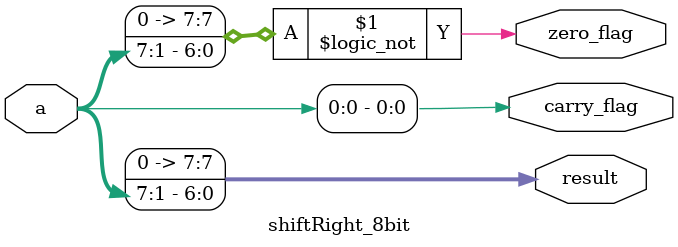
<source format=sv>
module shiftRight_8bit(
  input logic [7:0] a,
  output logic [7:0] result,
  output logic zero_flag,
  output logic carry_flag
);

	assign result[0] = a[1];
  assign result[1] = a[2];
  assign result[2] = a[3];
  assign result[3] = a[4];
  assign result[4] = a[5];
  assign result[5] = a[6];
  assign result[6] = a[7];
  assign result[7] = 1'b0;

  // Set zero flag
  assign zero_flag = (result == 8'b00000000);

  // Set carry flag based on the value of the MSB of input 'a'
  assign carry_flag = (a[0] == 1'b1);

endmodule
</source>
